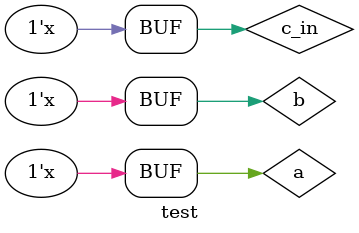
<source format=v>
`timescale 1ns / 1ps


module test;

	// Inputs
	reg a = 0;
	reg b = 0;
	reg c_in = 0;

	// Outputs
	wire sum;
	wire carry;

	// Instantiate the Unit Under Test (UUT)
	fullAdder uut (
		.a(a), 
		.b(b), 
		.c_in(c_in), 
		.sum(sum), 
		.carry(carry)
	);
	always #100 {a,b,c_in}={a,b,c_in}+1;

      
endmodule


</source>
